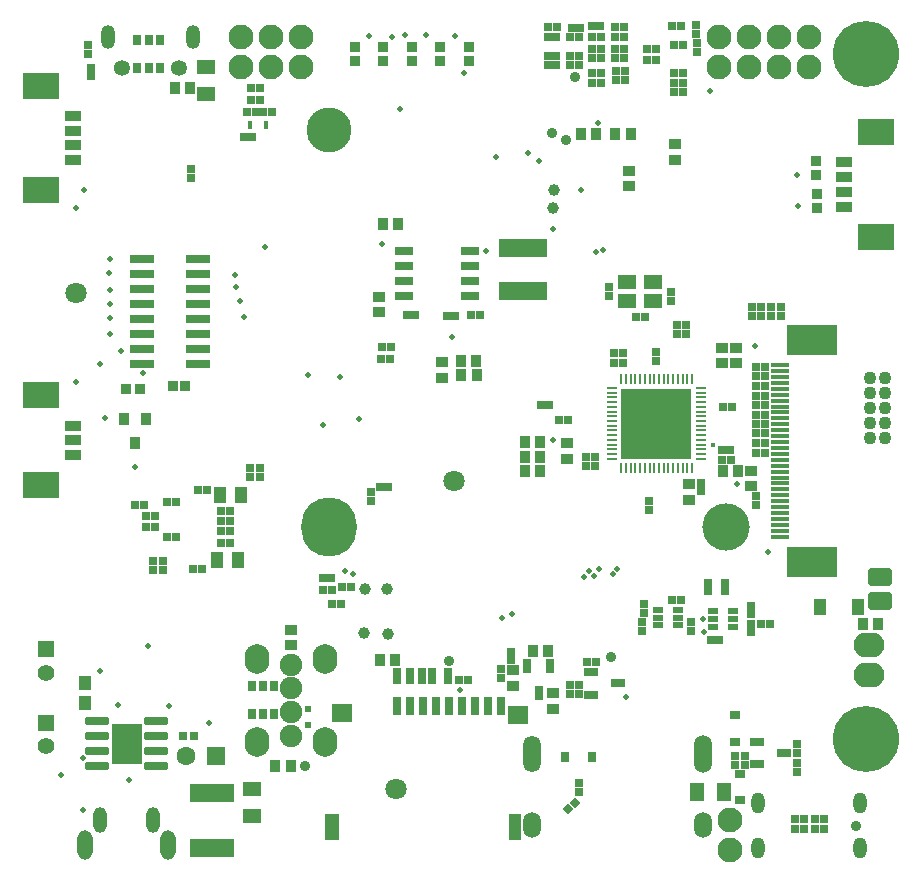
<source format=gbr>
%FSTAX23Y23*%
%MOIN*%
%SFA1B1*%

%IPPOS*%
%AMD127*
4,1,8,-0.112200,-0.118100,0.112200,-0.118100,0.118100,-0.112200,0.118100,0.112200,0.112200,0.118100,-0.112200,0.118100,-0.118100,0.112200,-0.118100,-0.112200,-0.112200,-0.118100,0.0*
1,1,0.011811,-0.112200,-0.112200*
1,1,0.011811,0.112200,-0.112200*
1,1,0.011811,0.112200,0.112200*
1,1,0.011811,-0.112200,0.112200*
%
%AMD194*
4,1,8,-0.012800,0.017700,-0.012800,-0.017700,-0.012800,-0.017700,0.012800,-0.017700,0.012800,-0.017700,0.012800,0.017700,0.012800,0.017700,-0.012800,0.017700,-0.012800,0.017700,0.0*
1,1,0.000000,-0.012800,0.017700*
1,1,0.000000,-0.012800,-0.017700*
1,1,0.000000,0.012800,-0.017700*
1,1,0.000000,0.012800,0.017700*
%
%AMD216*
4,1,8,-0.041400,0.014800,-0.041400,-0.014800,-0.024600,-0.031500,0.024600,-0.031500,0.041400,-0.014800,0.041400,0.014800,0.024600,0.031500,-0.024600,0.031500,-0.041400,0.014800,0.0*
1,1,0.033528,-0.024600,0.014800*
1,1,0.033528,-0.024600,-0.014800*
1,1,0.033528,0.024600,-0.014800*
1,1,0.033528,0.024600,0.014800*
%
%AMD221*
4,1,8,-0.035800,-0.013800,0.035800,-0.013800,0.040800,-0.008900,0.040800,0.008900,0.035800,0.013800,-0.035800,0.013800,-0.040800,0.008900,-0.040800,-0.008900,-0.035800,-0.013800,0.0*
1,1,0.009921,-0.035800,-0.008900*
1,1,0.009921,0.035800,-0.008900*
1,1,0.009921,0.035800,0.008900*
1,1,0.009921,-0.035800,0.008900*
%
%AMD241*
4,1,4,-0.019100,0.000700,0.000700,-0.019100,0.019100,-0.000700,-0.000700,0.019100,-0.019100,0.000700,0.0*
%
%ADD15R,0.031735X0.033788*%
%ADD23R,0.033788X0.031735*%
%ADD35C,0.035000*%
%ADD66C,0.070866*%
%ADD104C,0.157480*%
%ADD109R,0.039848X0.045596*%
%ADD125O,0.007874X0.039370*%
%ADD126O,0.039370X0.007874*%
G04~CAMADD=127~8~0.0~0.0~2362.2~2362.2~59.1~0.0~15~0.0~0.0~0.0~0.0~0~0.0~0.0~0.0~0.0~0~0.0~0.0~0.0~180.0~2362.0~2362.0*
%ADD127D127*%
%ADD133C,0.015000*%
%ADD136O,0.185039X0.196850*%
%ADD137C,0.149606*%
%ADD159R,0.035512X0.039449*%
%ADD163R,0.036016X0.041016*%
%ADD169R,0.041016X0.036016*%
%ADD172C,0.039016*%
%ADD173R,0.026000X0.028000*%
%ADD175R,0.028000X0.026000*%
%ADD184R,0.059055X0.047244*%
G04~CAMADD=194~8~0.0~0.0~354.3~255.9~0.0~0.0~15~0.0~0.0~0.0~0.0~0~0.0~0.0~0.0~0.0~0~0.0~0.0~0.0~90.0~256.0~354.0*
%ADD194D194*%
%ADD196R,0.017748X0.025622*%
%ADD197R,0.036677X0.028803*%
%ADD198O,0.051260X0.098504*%
%ADD199O,0.045354X0.086693*%
%ADD200C,0.063071*%
%ADD201R,0.063071X0.063071*%
%ADD202R,0.055512X0.055512*%
%ADD203C,0.055512*%
%ADD204O,0.082756X0.098504*%
%ADD205C,0.082756*%
%ADD206O,0.043370X0.070929*%
%ADD207C,0.004016*%
%ADD208C,0.220535*%
%ADD209O,0.047323X0.078819*%
%ADD210C,0.053228*%
%ADD211C,0.043386*%
%ADD212O,0.059134X0.122126*%
%ADD213O,0.059134X0.126063*%
%ADD214O,0.059134X0.086693*%
%ADD215C,0.074882*%
G04~CAMADD=216~8~0.0~0.0~630.6~827.4~167.6~0.0~15~0.0~0.0~0.0~0.0~0~0.0~0.0~0.0~0.0~0~0.0~0.0~0.0~90.0~828.0~631.0*
%ADD216D216*%
%ADD217O,0.102441X0.082756*%
%ADD218C,0.019764*%
%ADD219R,0.031575X0.029606*%
%ADD220R,0.099016X0.134015*%
G04~CAMADD=221~8~0.0~0.0~815.7~276.4~49.6~0.0~15~0.0~0.0~0.0~0.0~0~0.0~0.0~0.0~0.0~0~0.0~0.0~0.0~180.0~816.0~276.0*
%ADD221D221*%
%ADD222R,0.057181X0.037496*%
%ADD223R,0.124110X0.088677*%
%ADD224R,0.033937X0.032362*%
%ADD225R,0.145748X0.064016*%
%ADD226R,0.082016X0.026016*%
%ADD227R,0.063779X0.027559*%
%ADD228R,0.160937X0.062937*%
%ADD229R,0.039433X0.055181*%
%ADD230R,0.035496X0.019748*%
%ADD231R,0.043370X0.090614*%
%ADD232R,0.051244X0.090614*%
%ADD233R,0.066992X0.059118*%
%ADD234R,0.031559X0.059118*%
%ADD235R,0.047244X0.059055*%
%ADD236R,0.045338X0.029590*%
%ADD237R,0.028803X0.036677*%
%ADD238R,0.043701X0.055905*%
%ADD239R,0.059055X0.015748*%
%ADD240R,0.165417X0.102425*%
G04~CAMADD=241~9~0.0~0.0~280.0~260.0~0.0~0.0~0~0.0~0.0~0.0~0.0~0~0.0~0.0~0.0~0.0~0~0.0~0.0~0.0~135.0~382.0~381.0*
%ADD241D241*%
%ADD242R,0.019748X0.022898*%
%ADD243R,0.029590X0.045338*%
%ADD244R,0.059134X0.049291*%
%LNx98_carrier_v1r2_12082022_soldermask_bot-1*%
%LPD*%
G54D15*
X00409Y01592D03*
X00362D03*
G54D23*
X01219Y02686D03*
Y02733D03*
X01314Y02686D03*
Y02733D03*
X02665Y02242D03*
Y02195D03*
X02661Y02305D03*
Y02352D03*
X01503Y02733D03*
Y02686D03*
X01408Y02733D03*
Y02686D03*
X01125Y02733D03*
Y02686D03*
G54D35*
X02794Y00134D03*
X01781Y02447D03*
X01828Y02422D03*
X01439Y00685D03*
X01979Y007D03*
X00958Y00337D03*
X01858Y02632D03*
G54D66*
X00193Y01913D03*
X01454Y01286D03*
X0126Y0026D03*
G54D104*
X02361Y01133D03*
G54D109*
X00223Y00612D03*
Y00547D03*
G54D125*
X022Y01328D03*
X02216D03*
X02137Y01627D03*
X02232Y01328D03*
X02027Y01627D03*
X02058D03*
X02106Y01328D03*
X02169Y01627D03*
X02153D03*
X02184D03*
X02247D03*
X02232D03*
X022D03*
X02216D03*
X02027Y01328D03*
X02043D03*
X02074D03*
X0209D03*
X02121D03*
X02137D03*
X02169D03*
X02184D03*
X0209Y01627D03*
X02074D03*
X02011Y01328D03*
Y01627D03*
X02043D03*
X02153Y01328D03*
X02058D03*
X02247D03*
X02106Y01627D03*
X02121D03*
G54D126*
X02279Y01359D03*
Y01375D03*
X0198Y01359D03*
X02279Y01533D03*
X0198Y01485D03*
Y01375D03*
X02279Y01407D03*
X0198Y01391D03*
X02279Y01438D03*
Y01422D03*
Y0147D03*
Y01454D03*
Y01564D03*
Y01548D03*
Y01596D03*
Y0158D03*
Y01501D03*
Y01485D03*
X0198Y01422D03*
Y01438D03*
Y01517D03*
Y01533D03*
Y01548D03*
Y01564D03*
Y0158D03*
Y01596D03*
Y01454D03*
Y0147D03*
X02279Y01391D03*
X0198Y01407D03*
Y01501D03*
X02279Y01517D03*
G54D127*
X02129Y01477D03*
G54D133*
X02319Y01405D03*
G54D136*
X01038Y01133D03*
G54D137*
X01038Y02456D03*
G54D159*
X00354Y01491D03*
X00428D03*
X00391Y01412D03*
G54D163*
X01267Y02141D03*
X01216D03*
X01479Y01638D03*
X0153D03*
X01478Y01684D03*
X01529D03*
X01207Y00688D03*
X01258D03*
X00524Y02595D03*
X00575Y02595D03*
X01928Y02443D03*
X01877D03*
X01992Y02441D03*
X02043D03*
X01718Y00718D03*
X01769D03*
X0169Y01318D03*
X01741D03*
X0169Y01414D03*
X01741D03*
X0169Y01366D03*
X01741D03*
X02402Y01318D03*
X02351D03*
X00859Y00336D03*
X0091D03*
X02818Y00809D03*
X02869D03*
G54D169*
X01415Y01681D03*
Y0163D03*
X01205Y01848D03*
Y01899D03*
X01784Y00527D03*
Y00578D03*
X01832Y01411D03*
Y0136D03*
X02444Y0132D03*
Y01269D03*
X02238Y01274D03*
Y01223D03*
X02349Y0173D03*
Y01678D03*
X01651Y00654D03*
Y00603D03*
X02394Y01729D03*
Y01678D03*
X0091Y00789D03*
Y00738D03*
X02037Y02268D03*
X02037Y02319D03*
X02191Y02409D03*
Y02357D03*
G54D172*
X01157Y00924D03*
X01786Y02255D03*
X01231Y00925D03*
X01233Y00777D03*
X01154Y00778D03*
X01785Y02194D03*
G54D173*
X01988Y01679D03*
X02018D03*
X01988Y01711D03*
X02017D03*
X01804Y01489D03*
X01834D03*
X0154Y01838D03*
X0151D03*
X01214Y01732D03*
X01243D03*
X01296Y0184D03*
X01325D03*
X01211Y01693D03*
X01241D03*
X0143Y01835D03*
X01459D03*
X01019Y00922D03*
X01048D03*
X00427Y01133D03*
X00457D03*
Y01169D03*
X00427D03*
X00421Y01204D03*
X00391D03*
X00613Y00991D03*
X00583D03*
X00601Y01254D03*
X00631D03*
X00707Y01153D03*
X00678D03*
X00707Y01186D03*
X00678D03*
X00708Y01118D03*
X00679D03*
X00708Y01078D03*
X00679D03*
X00527Y01099D03*
X00498D03*
X00527Y01217D03*
X00498D03*
X00849Y02514D03*
X00819D03*
X00782Y02432D03*
X00753D03*
X02686Y00127D03*
X02656D03*
X01501Y00622D03*
X01472D03*
X0246Y01379D03*
X0249D03*
X01743Y0154D03*
X01772D03*
X01894Y01336D03*
X01924D03*
X0238Y01531D03*
X02351D03*
X01894Y01367D03*
X01924D03*
X02506Y00808D03*
X02477D03*
X01045Y00963D03*
X01016D03*
X01081Y00932D03*
X01111D03*
X01049Y00875D03*
X01079Y00875D03*
X01206Y01265D03*
X01235D03*
X0209Y01832D03*
X0206D03*
X0246Y01665D03*
X0249D03*
X02346Y01356D03*
X02376D03*
X02375Y0139D03*
X02346D03*
X01842Y00574D03*
X01871D03*
X01872Y00607D03*
X01842D03*
X01898Y00683D03*
X01927D03*
X02339Y00755D03*
X0231D03*
X0218Y00888D03*
X0221D03*
X02686Y00158D03*
X02656D03*
X02591D03*
X0262D03*
Y00127D03*
X02591D03*
X01875Y02795D03*
X01846D03*
X01795Y02702D03*
X01766D03*
X0187Y02764D03*
X01841D03*
X01795Y02671D03*
X01766D03*
X01944Y02644D03*
X01914D03*
X0202Y02694D03*
X0199D03*
X01944Y02725D03*
X01914D03*
X01944Y02613D03*
X01914D03*
X0202Y02725D03*
X0199D03*
X01944Y02694D03*
X01914D03*
X02217Y02644D03*
X02187D03*
X02128Y02724D03*
X02098D03*
X02211Y02801D03*
X02182D03*
X01796Y02798D03*
X01766D03*
X0202D03*
X0199D03*
X02217Y02739D03*
X02188D03*
X01795Y02767D03*
X01766D03*
X0202D03*
X0199D03*
X02128Y02689D03*
X02098D03*
X02216Y02581D03*
X02187D03*
X01944Y02767D03*
X01914D03*
X01913Y02802D03*
X01942D03*
X02217Y02612D03*
X02187D03*
X00779Y02555D03*
X00809D03*
X00779Y02596D03*
X00809D03*
X00764Y02514D03*
X00794D03*
X0246Y01634D03*
X0249D03*
X0246Y01602D03*
X0249D03*
X0246Y0157D03*
X0249D03*
X0246Y01538D03*
X0249D03*
X0246Y01507D03*
X0249D03*
X0246Y01475D03*
X0249D03*
X0246Y01444D03*
X0249D03*
X0246Y01411D03*
X0249D03*
X01841Y02702D03*
X0187D03*
X01841Y02671D03*
X0187D03*
G54D175*
X00245Y02663D03*
Y02634D03*
X02447Y01835D03*
Y01864D03*
X02511D03*
Y01835D03*
X02543Y01864D03*
Y01835D03*
X02479Y01864D03*
Y01835D03*
X0045Y0099D03*
Y0102D03*
X00485Y0099D03*
Y0102D03*
X00577Y02295D03*
Y02324D03*
X02425Y0034D03*
Y0037D03*
X0239D03*
Y0034D03*
X01611Y0063D03*
Y00659D03*
X01434Y00621D03*
Y0065D03*
X02176Y01917D03*
Y01887D03*
X01972Y01932D03*
Y01903D03*
X02126Y01717D03*
Y01687D03*
X02278Y01251D03*
Y0128D03*
X02229Y01805D03*
Y01775D03*
X02301Y00947D03*
Y00918D03*
X01176Y01218D03*
Y01248D03*
X01645Y00688D03*
Y00717D03*
X01307Y0065D03*
Y00621D03*
X01263Y0065D03*
Y00621D03*
X01348Y0065D03*
Y00621D03*
X0138D03*
Y0065D03*
X02462Y01234D03*
Y01205D03*
X02443Y0087D03*
Y00841D03*
X02358Y00947D03*
Y00918D03*
X02443Y00781D03*
Y0081D03*
X02081Y00786D03*
Y00815D03*
X02244Y00814D03*
Y00785D03*
X02198Y01775D03*
Y01805D03*
X02086Y00876D03*
Y00846D03*
X02596Y00347D03*
Y00317D03*
Y00379D03*
Y00408D03*
X00806Y013D03*
Y01329D03*
X00773Y013D03*
Y01329D03*
X01993Y02623D03*
Y02652D03*
X02024Y02623D03*
Y02652D03*
X0226Y02805D03*
Y02776D03*
X02265Y02745D03*
Y02715D03*
X00234Y0274D03*
Y0271D03*
X02105Y01219D03*
Y0119D03*
X01872Y00279D03*
Y0025D03*
G54D184*
X00626Y02666D03*
Y02575D03*
X00781Y00259D03*
Y00168D03*
G54D194*
X00436Y02661D03*
Y02754D03*
X00474Y02661D03*
X00399D03*
Y02754D03*
X00474D03*
X00817Y00601D03*
Y00508D03*
X00855D03*
Y00601D03*
X0078Y00508D03*
Y00601D03*
G54D196*
X00773Y02473D03*
X00829D03*
G54D197*
X02408Y00308D03*
Y00221D03*
X0239Y00417D03*
Y00504D03*
G54D198*
X00224Y00072D03*
X005D03*
G54D199*
X00275Y00154D03*
X0045D03*
G54D200*
X00561Y0037D03*
G54D201*
X00661Y0037D03*
G54D202*
X00094Y00479D03*
X00093Y00725D03*
G54D203*
X00094Y00401D03*
X00093Y00647D03*
G54D204*
X00796Y00417D03*
X01024D03*
Y00692D03*
X00796D03*
G54D205*
X02374Y00157D03*
Y00057D03*
X02637Y02764D03*
X02537D03*
X02437D03*
X02337D03*
Y02664D03*
X02437D03*
X02537D03*
X02637D03*
X00944Y02764D03*
X00844D03*
X00744D03*
Y02664D03*
X00844D03*
X00944D03*
G54D206*
X02468Y00062D03*
X02809Y00062D03*
Y00212D03*
X02468D03*
G54D207*
X01232Y00118D03*
X01547D03*
G54D208*
X02828Y02708D03*
Y00425D03*
G54D209*
X00584Y02765D03*
X00301D03*
G54D210*
X00346Y02661D03*
X00539D03*
G54D211*
X0289Y01528D03*
Y01478D03*
X0284D03*
Y01428D03*
Y01528D03*
Y01578D03*
X0289Y01428D03*
Y01578D03*
X0284Y01628D03*
X0289D03*
G54D212*
X01713Y00375D03*
G54D213*
X02283Y00375D03*
G54D214*
X02283Y00139D03*
X01713D03*
G54D215*
X0091Y00437D03*
Y00515D03*
Y00594D03*
Y00673D03*
G54D216*
X02875Y00887D03*
Y00965D03*
G54D217*
X02837Y0064D03*
Y0074D03*
G54D218*
X01487Y02645D03*
X01275Y02527D03*
X01737Y02351D03*
X01702Y02378D03*
X01594Y02366D03*
X01362Y02771D03*
X01456Y02769D03*
X01249Y02764D03*
X01171Y02768D03*
X01292Y02772D03*
X00392Y01333D03*
X0029Y01496D03*
X00143Y00304D03*
X00219Y00361D03*
Y00188D03*
X02596Y02305D03*
X00419Y01644D03*
X00275Y00651D03*
X00194Y01614D03*
X01213Y02074D03*
X00275Y01677D03*
X00194Y02196D03*
X00433Y00734D03*
X00504Y00534D03*
X00637Y0048D03*
X00333Y00539D03*
X0037Y00289D03*
X026Y02203D03*
X0022Y02256D03*
X0109Y00985D03*
X01017Y01473D03*
X01137Y01493D03*
X01116Y00975D03*
X00967Y01638D03*
X01075Y01633D03*
X01998Y00993D03*
X01983Y00974D03*
X01647Y00843D03*
X01952Y02054D03*
X01614Y00828D03*
X01927Y02049D03*
X00307Y02026D03*
X00303Y01978D03*
X00306Y01923D03*
X00308Y01875D03*
X00754Y01831D03*
X00729Y01931D03*
X0074Y01884D03*
X00725Y01973D03*
X01888Y00966D03*
X01904Y00985D03*
X0192Y00968D03*
X01936Y00993D03*
X00343Y0172D03*
X00309Y01777D03*
Y01829D03*
X01447Y01767D03*
X01562Y02053D03*
X00824Y02064D03*
X02284Y00826D03*
X01879Y02257D03*
X02287Y00782D03*
X02459Y01736D03*
X01785Y02127D03*
Y01423D03*
X02501Y01049D03*
X02026Y00565D03*
X02306Y02584D03*
X01934Y02478D03*
X02397Y01274D03*
X01474Y00588D03*
G54D219*
X00552Y00435D03*
X00589D03*
G54D220*
X00363Y0041D03*
G54D221*
X00265Y00485D03*
Y00335D03*
X0046D03*
Y00385D03*
Y00435D03*
Y00485D03*
X00265Y00385D03*
Y00435D03*
G54D222*
X02753Y02348D03*
Y02298D03*
Y02249D03*
Y022D03*
X00184Y02354D03*
Y02404D03*
Y02453D03*
Y02502D03*
X00185Y0147D03*
Y01421D03*
Y01372D03*
G54D223*
X02861Y021D03*
Y02448D03*
X00076Y02602D03*
Y02254D03*
X00076Y01272D03*
Y01571D03*
G54D224*
X00517Y01601D03*
X00556D03*
G54D225*
X00649Y00247D03*
Y00062D03*
G54D226*
X006Y01675D03*
Y01725D03*
Y01775D03*
Y01825D03*
Y01875D03*
Y01925D03*
Y01975D03*
Y02025D03*
X00414D03*
Y01975D03*
Y01925D03*
Y01875D03*
Y01825D03*
Y01775D03*
Y01725D03*
Y01675D03*
G54D227*
X01507Y02001D03*
Y02051D03*
Y01951D03*
X01286Y02051D03*
Y01951D03*
X01507Y01901D03*
X01286D03*
Y02001D03*
G54D228*
X01685Y0192D03*
Y02061D03*
G54D229*
X00673Y0124D03*
X00744D03*
X00734Y01022D03*
X00663D03*
G54D230*
X02135Y00804D03*
Y0083D03*
Y00855D03*
X02201Y00804D03*
Y0083D03*
Y00855D03*
X02385Y00851D03*
Y00826D03*
Y008D03*
X02319Y00851D03*
Y00826D03*
Y008D03*
G54D231*
X01657Y00133D03*
G54D232*
X01047Y00133D03*
G54D233*
X01082Y00511D03*
X01667Y00507D03*
G54D234*
X01263Y00535D03*
X01307D03*
X0135D03*
X01393D03*
X01436D03*
X0148D03*
X01523D03*
X01566D03*
X0161D03*
G54D235*
X02263Y00249D03*
X02354D03*
G54D236*
X02465Y00341D03*
X02555Y00379D03*
X02465Y00416D03*
X02Y00611D03*
X0191Y00648D03*
Y00573D03*
G54D237*
X01913Y00365D03*
X01825D03*
G54D238*
X02674Y00865D03*
X02802D03*
G54D239*
X02542Y0114D03*
Y0112D03*
Y01159D03*
Y01179D03*
Y01219D03*
Y01199D03*
Y01337D03*
Y01317D03*
Y01356D03*
X02542Y01671D03*
X02542Y01612D03*
Y01553D03*
Y01494D03*
Y01435D03*
Y01376D03*
Y011D03*
Y01258D03*
Y01238D03*
Y01278D03*
Y01297D03*
Y01652D03*
Y01632D03*
Y01593D03*
Y01573D03*
Y01533D03*
Y01514D03*
Y01474D03*
Y01455D03*
Y01415D03*
Y01396D03*
G54D240*
X02647Y01755D03*
Y01016D03*
G54D241*
X01835Y00192D03*
X01856Y00213D03*
G54D242*
X00967Y00524D03*
Y00472D03*
G54D243*
X01774Y0067D03*
X01736Y00579D03*
X01699Y0067D03*
G54D244*
X02032Y01949D03*
X02119Y01886D03*
X02032D03*
X02119Y01949D03*
M02*
</source>
